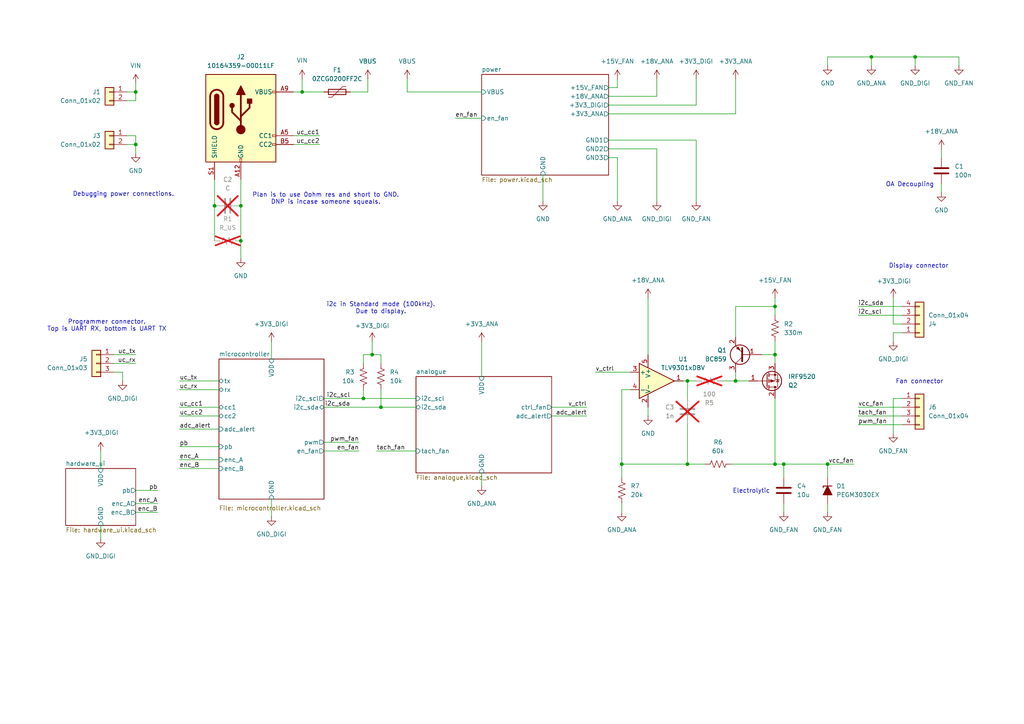
<source format=kicad_sch>
(kicad_sch (version 20231120) (generator "eeschema") (generator_version "8.0")
  (paper "A4")
  (lib_symbols
    (symbol "Amplifier_Operational:TLV9301xDBV" (pin_names (offset 0.127))
      (property "Reference" "U" (at -1.27 6.35 0))
      (property "Value" "TLV9301xDBV" (at -1.27 3.81 0))
      (symbol "TLV9301xDBV_0_1"
        (polyline (pts (xy -5.08 5.08) (xy 5.08 0) (xy -5.08 -5.08) (xy -5.08 5.08)) (stroke (width 0.254)) (fill (type background)))
        (pin power_in line (at -2.54 -7.62 90) (length 3.81) (name "V-") (number "2"))
        (pin power_in line (at -2.54 7.62 270) (length 3.81) (name "V+") (number "5"))
      )
      (symbol "TLV9301xDBV_1_1"
        (pin output line (at 7.62 0 180) (length 2.54) (name "~") (number "1"))
        (pin input line (at -7.62 2.54 0) (length 2.54) (name "+") (number "3"))
        (pin input line (at -7.62 -2.54 0) (length 2.54) (name "-") (number "4"))
      )
    )
    (symbol "Connector:USB_C_Receptacle_PowerOnly_24P" (pin_names (offset 1.016))
      (property "Reference" "J" (at 0 16.51 0))
      (property "Value" "USB_C_Receptacle_PowerOnly_24P" (at 0 13.97 0))
      (symbol "USB_C_Receptacle_PowerOnly_24P_0_0"
        (rectangle (start -0.254 -12.7) (end 0.254 -11.684))
        (rectangle (start 10.16 -7.366) (end 9.144 -7.874))
        (rectangle (start 10.16 -4.826) (end 9.144 -5.334))
        (rectangle (start 10.16 7.874) (end 9.144 7.366))
      )
      (symbol "USB_C_Receptacle_PowerOnly_24P_0_1"
        (rectangle (start -10.16 12.7) (end 10.16 -12.7) (stroke (width 0.254)) (fill (type background)))
        (arc (start -8.89 -1.27) (mid -6.985 -3.1667) (end -5.08 -1.27) (stroke (width 0.508)))
        (arc (start -7.62 -1.27) (mid -6.985 -1.9023) (end -6.35 -1.27) (stroke (width 0.254)))
        (arc (start -7.62 -1.27) (mid -6.985 -1.9023) (end -6.35 -1.27) (stroke (width 0.254)) (fill (type outline)))
        (rectangle (start -7.62 -1.27) (end -6.35 6.35) (stroke (width 0.254)) (fill (type outline)))
        (arc (start -6.35 6.35) (mid -6.985 6.9823) (end -7.62 6.35) (stroke (width 0.254)))
        (arc (start -6.35 6.35) (mid -6.985 6.9823) (end -7.62 6.35) (stroke (width 0.254)) (fill (type outline)))
        (arc (start -5.08 6.35) (mid -6.985 8.2467) (end -8.89 6.35) (stroke (width 0.508)))
        (circle (center -2.54 3.683) (radius 0.635) (stroke (width 0.254)) (fill (type outline)))
        (circle (center 0 -3.302) (radius 1.27) (fill (type outline)))
        (polyline (pts (xy -8.89 -1.27) (xy -8.89 6.35)) (stroke (width 0.508)))
        (polyline (pts (xy -5.08 6.35) (xy -5.08 -1.27)) (stroke (width 0.508)))
        (polyline (pts (xy 0 -3.302) (xy 0 6.858)) (stroke (width 0.508)))
        (polyline (pts (xy 0 -0.762) (xy -2.54 1.778) (xy -2.54 3.048)) (stroke (width 0.508)))
        (polyline (pts (xy 0 0.508) (xy 2.54 3.048) (xy 2.54 4.318)) (stroke (width 0.508)))
        (polyline (pts (xy -1.27 6.858) (xy 0 9.398) (xy 1.27 6.858) (xy -1.27 6.858)) (stroke (width 0.254)) (fill (type outline)))
        (rectangle (start 1.905 4.318) (end 3.175 5.588) (stroke (width 0.254)) (fill (type outline)))
      )
      (symbol "USB_C_Receptacle_PowerOnly_24P_1_1"
        (pin passive line (at 0 -17.78 90) (length 5.08) hide (name "GND") (number "A1"))
        (pin power_in line (at 0 -17.78 90) (length 5.08) (name "GND") (number "A12"))
        (pin passive line (at 15.24 7.62 180) (length 5.08) hide (name "VBUS") (number "A4"))
        (pin bidirectional line (at 15.24 -5.08 180) (length 5.08) (name "CC1") (number "A5"))
        (pin power_in line (at 15.24 7.62 180) (length 5.08) (name "VBUS") (number "A9"))
        (pin passive line (at 0 -17.78 90) (length 5.08) hide (name "GND") (number "B1"))
        (pin passive line (at 0 -17.78 90) (length 5.08) hide (name "GND") (number "B12"))
        (pin passive line (at 15.24 7.62 180) (length 5.08) hide (name "VBUS") (number "B4"))
        (pin bidirectional line (at 15.24 -7.62 180) (length 5.08) (name "CC2") (number "B5"))
        (pin passive line (at 15.24 7.62 180) (length 5.08) hide (name "VBUS") (number "B9"))
        (pin passive line (at -7.62 -17.78 90) (length 5.08) (name "SHIELD") (number "S1"))
      )
    )
    (symbol "Connector_Generic:Conn_01x02" (pin_names (offset 1.016) hide)
      (property "Reference" "J" (at 0 2.54 0))
      (property "Value" "Conn_01x02" (at 0 -5.08 0))
      (symbol "Conn_01x02_1_1"
        (rectangle (start -1.27 -2.413) (end 0 -2.667) (stroke (width 0.1524)))
        (rectangle (start -1.27 0.127) (end 0 -0.127) (stroke (width 0.1524)))
        (rectangle (start -1.27 1.27) (end 1.27 -3.81) (stroke (width 0.254)) (fill (type background)))
        (pin passive line (at -5.08 0 0) (length 3.81) (name "Pin_1") (number "1"))
        (pin passive line (at -5.08 -2.54 0) (length 3.81) (name "Pin_2") (number "2"))
      )
    )
    (symbol "Connector_Generic:Conn_01x03" (pin_names (offset 1.016) hide)
      (property "Reference" "J" (at 0 5.08 0))
      (property "Value" "Conn_01x03" (at 0 -5.08 0))
      (symbol "Conn_01x03_1_1"
        (rectangle (start -1.27 -2.413) (end 0 -2.667) (stroke (width 0.1524)))
        (rectangle (start -1.27 0.127) (end 0 -0.127) (stroke (width 0.1524)))
        (rectangle (start -1.27 2.667) (end 0 2.413) (stroke (width 0.1524)))
        (rectangle (start -1.27 3.81) (end 1.27 -3.81) (stroke (width 0.254)) (fill (type background)))
        (pin passive line (at -5.08 2.54 0) (length 3.81) (name "Pin_1") (number "1"))
        (pin passive line (at -5.08 0 0) (length 3.81) (name "Pin_2") (number "2"))
        (pin passive line (at -5.08 -2.54 0) (length 3.81) (name "Pin_3") (number "3"))
      )
    )
    (symbol "Connector_Generic:Conn_01x04" (pin_names (offset 1.016) hide)
      (property "Reference" "J" (at 0 5.08 0))
      (property "Value" "Conn_01x04" (at 0 -7.62 0))
      (symbol "Conn_01x04_1_1"
        (rectangle (start -1.27 -4.953) (end 0 -5.207) (stroke (width 0.1524)))
        (rectangle (start -1.27 -2.413) (end 0 -2.667) (stroke (width 0.1524)))
        (rectangle (start -1.27 0.127) (end 0 -0.127) (stroke (width 0.1524)))
        (rectangle (start -1.27 2.667) (end 0 2.413) (stroke (width 0.1524)))
        (rectangle (start -1.27 3.81) (end 1.27 -6.35) (stroke (width 0.254)) (fill (type background)))
        (pin passive line (at -5.08 2.54 0) (length 3.81) (name "Pin_1") (number "1"))
        (pin passive line (at -5.08 0 0) (length 3.81) (name "Pin_2") (number "2"))
        (pin passive line (at -5.08 -2.54 0) (length 3.81) (name "Pin_3") (number "3"))
        (pin passive line (at -5.08 -5.08 0) (length 3.81) (name "Pin_4") (number "4"))
      )
    )
    (symbol "Device:C" (pin_numbers hide) (pin_names (offset 0.254))
      (property "Reference" "C" (at 0.635 2.54 0))
      (property "Value" "C" (at 0.635 -2.54 0))
      (symbol "C_0_1"
        (polyline (pts (xy -2.032 -0.762) (xy 2.032 -0.762)) (stroke (width 0.508)))
        (polyline (pts (xy -2.032 0.762) (xy 2.032 0.762)) (stroke (width 0.508)))
      )
      (symbol "C_1_1"
        (pin passive line (at 0 3.81 270) (length 2.794) (name "~") (number "1"))
        (pin passive line (at 0 -3.81 90) (length 2.794) (name "~") (number "2"))
      )
    )
    (symbol "Device:D_Zener_Filled" (pin_numbers hide) (pin_names (offset 1.016) hide)
      (property "Reference" "D" (at 0 2.54 0))
      (property "Value" "D_Zener_Filled" (at 0 -2.54 0))
      (symbol "D_Zener_Filled_0_1"
        (polyline (pts (xy 1.27 0) (xy -1.27 0)))
        (polyline (pts (xy -1.27 -1.27) (xy -1.27 1.27) (xy -0.762 1.27)) (stroke (width 0.254)))
        (polyline (pts (xy 1.27 -1.27) (xy 1.27 1.27) (xy -1.27 0) (xy 1.27 -1.27)) (stroke (width 0.254)) (fill (type outline)))
      )
      (symbol "D_Zener_Filled_1_1"
        (pin passive line (at -3.81 0 0) (length 2.54) (name "K") (number "1"))
        (pin passive line (at 3.81 0 180) (length 2.54) (name "A") (number "2"))
      )
    )
    (symbol "Device:Polyfuse" (pin_numbers hide) (pin_names (offset 0))
      (property "Reference" "F" (at -2.54 0 90))
      (property "Value" "Polyfuse" (at 2.54 0 90))
      (symbol "Polyfuse_0_1"
        (rectangle (start -0.762 2.54) (end 0.762 -2.54) (stroke (width 0.254)))
        (polyline (pts (xy 0 2.54) (xy 0 -2.54)))
        (polyline (pts (xy -1.524 2.54) (xy -1.524 1.524) (xy 1.524 -1.524) (xy 1.524 -2.54)))
      )
      (symbol "Polyfuse_1_1"
        (pin passive line (at 0 3.81 270) (length 1.27) (name "~") (number "1"))
        (pin passive line (at 0 -3.81 90) (length 1.27) (name "~") (number "2"))
      )
    )
    (symbol "Device:Q_PMOS_GDS" (pin_names (offset 0) hide)
      (property "Reference" "Q" (at 5.08 1.27 0))
      (property "Value" "Q_PMOS_GDS" (at 5.08 -1.27 0))
      (symbol "Q_PMOS_GDS_0_1"
        (polyline (pts (xy 0.254 0) (xy -2.54 0)))
        (polyline (pts (xy 0.254 1.905) (xy 0.254 -1.905)) (stroke (width 0.254)))
        (polyline (pts (xy 0.762 -1.27) (xy 0.762 -2.286)) (stroke (width 0.254)))
        (polyline (pts (xy 0.762 0.508) (xy 0.762 -0.508)) (stroke (width 0.254)))
        (polyline (pts (xy 0.762 2.286) (xy 0.762 1.27)) (stroke (width 0.254)))
        (polyline (pts (xy 2.54 2.54) (xy 2.54 1.778)))
        (polyline (pts (xy 2.54 -2.54) (xy 2.54 0) (xy 0.762 0)))
        (polyline (pts (xy 0.762 1.778) (xy 3.302 1.778) (xy 3.302 -1.778) (xy 0.762 -1.778)))
        (polyline (pts (xy 2.286 0) (xy 1.27 0.381) (xy 1.27 -0.381) (xy 2.286 0)) (fill (type outline)))
        (polyline (pts (xy 2.794 -0.508) (xy 2.921 -0.381) (xy 3.683 -0.381) (xy 3.81 -0.254)))
        (polyline (pts (xy 3.302 -0.381) (xy 2.921 0.254) (xy 3.683 0.254) (xy 3.302 -0.381)))
        (circle (center 1.651 0) (radius 2.794) (stroke (width 0.254)))
        (circle (center 2.54 -1.778) (radius 0.254) (fill (type outline)))
        (circle (center 2.54 1.778) (radius 0.254) (fill (type outline)))
      )
      (symbol "Q_PMOS_GDS_1_1"
        (pin input line (at -5.08 0 0) (length 2.54) (name "G") (number "1"))
        (pin passive line (at 2.54 5.08 270) (length 2.54) (name "D") (number "2"))
        (pin passive line (at 2.54 -5.08 90) (length 2.54) (name "S") (number "3"))
      )
    )
    (symbol "Device:R_US" (pin_numbers hide) (pin_names (offset 0))
      (property "Reference" "R" (at 2.54 0 90))
      (property "Value" "R_US" (at -2.54 0 90))
      (symbol "R_US_0_1"
        (polyline (pts (xy 0 -2.286) (xy 0 -2.54)))
        (polyline (pts (xy 0 2.286) (xy 0 2.54)))
        (polyline (pts (xy 0 -0.762) (xy 1.016 -1.143) (xy 0 -1.524) (xy -1.016 -1.905) (xy 0 -2.286)))
        (polyline (pts (xy 0 0.762) (xy 1.016 0.381) (xy 0 0) (xy -1.016 -0.381) (xy 0 -0.762)))
        (polyline (pts (xy 0 2.286) (xy 1.016 1.905) (xy 0 1.524) (xy -1.016 1.143) (xy 0 0.762)))
      )
      (symbol "R_US_1_1"
        (pin passive line (at 0 3.81 270) (length 1.27) (name "~") (number "1"))
        (pin passive line (at 0 -3.81 90) (length 1.27) (name "~") (number "2"))
      )
    )
    (symbol "Transistor_BJT:BC859" (pin_names (offset 0) hide)
      (property "Reference" "Q" (at 5.08 1.905 0))
      (property "Value" "BC859" (at 5.08 0 0))
      (symbol "BC859_0_1"
        (polyline (pts (xy 0.635 0.635) (xy 2.54 2.54)))
        (polyline (pts (xy 0.635 -0.635) (xy 2.54 -2.54) (xy 2.54 -2.54)))
        (polyline (pts (xy 0.635 1.905) (xy 0.635 -1.905) (xy 0.635 -1.905)) (stroke (width 0.508)))
        (polyline (pts (xy 2.286 -1.778) (xy 1.778 -2.286) (xy 1.27 -1.27) (xy 2.286 -1.778) (xy 2.286 -1.778)) (fill (type outline)))
        (circle (center 1.27 0) (radius 2.8194) (stroke (width 0.254)))
      )
      (symbol "BC859_1_1"
        (pin input line (at -5.08 0 0) (length 5.715) (name "B") (number "1"))
        (pin passive line (at 2.54 -5.08 90) (length 2.54) (name "E") (number "2"))
        (pin passive line (at 2.54 5.08 270) (length 2.54) (name "C") (number "3"))
      )
    )
    (symbol "power:+1V0" (power) (pin_numbers hide) (pin_names (offset 0) hide)
      (property "Value" "+1V0" (at 0 3.556 0))
      (symbol "+1V0_0_1"
        (polyline (pts (xy -0.762 1.27) (xy 0 2.54)))
        (polyline (pts (xy 0 0) (xy 0 2.54)))
        (polyline (pts (xy 0 2.54) (xy 0.762 1.27)))
      )
      (symbol "+1V0_1_1"
        (pin power_in line (at 0 0 90) (length 0) (name "~") (number "1"))
      )
    )
    (symbol "power:+3V3" (power) (pin_numbers hide) (pin_names (offset 0) hide)
      (property "Value" "+3V3" (at 0 3.556 0))
      (symbol "+3V3_0_1"
        (polyline (pts (xy -0.762 1.27) (xy 0 2.54)))
        (polyline (pts (xy 0 0) (xy 0 2.54)))
        (polyline (pts (xy 0 2.54) (xy 0.762 1.27)))
      )
      (symbol "+3V3_1_1"
        (pin power_in line (at 0 0 90) (length 0) (name "~") (number "1"))
      )
    )
    (symbol "power:GND" (power) (pin_numbers hide) (pin_names (offset 0) hide)
      (property "Value" "GND" (at 0 -3.81 0))
      (symbol "GND_0_1"
        (polyline (pts (xy 0 0) (xy 0 -1.27) (xy 1.27 -1.27) (xy 0 -2.54) (xy -1.27 -1.27) (xy 0 -1.27)))
      )
      (symbol "GND_1_1"
        (pin power_in line (at 0 0 270) (length 0) (name "~") (number "1"))
      )
    )
    (symbol "power:GND2" (power) (pin_numbers hide) (pin_names (offset 0) hide)
      (property "Value" "GND2" (at 0 -3.81 0))
      (symbol "GND2_0_1"
        (polyline (pts (xy 0 0) (xy 0 -1.27) (xy 1.27 -1.27) (xy 0 -2.54) (xy -1.27 -1.27) (xy 0 -1.27)))
      )
      (symbol "GND2_1_1"
        (pin power_in line (at 0 0 270) (length 0) (name "~") (number "1"))
      )
    )
    (symbol "power:GND3" (power) (pin_numbers hide) (pin_names (offset 0) hide)
      (property "Value" "GND3" (at 0 -3.81 0))
      (symbol "GND3_0_1"
        (polyline (pts (xy 0 0) (xy 0 -1.27) (xy 1.27 -1.27) (xy 0 -2.54) (xy -1.27 -1.27) (xy 0 -1.27)))
      )
      (symbol "GND3_1_1"
        (pin power_in line (at 0 0 270) (length 0) (name "~") (number "1"))
      )
    )
    (symbol "power:VBUS" (power) (pin_numbers hide) (pin_names (offset 0) hide)
      (property "Value" "VBUS" (at 0 3.556 0))
      (symbol "VBUS_0_1"
        (polyline (pts (xy -0.762 1.27) (xy 0 2.54)))
        (polyline (pts (xy 0 0) (xy 0 2.54)))
        (polyline (pts (xy 0 2.54) (xy 0.762 1.27)))
      )
      (symbol "VBUS_1_1"
        (pin power_in line (at 0 0 90) (length 0) (name "~") (number "1"))
      )
    )
    (symbol "power:VDD" (power) (pin_numbers hide) (pin_names (offset 0) hide)
      (property "Value" "VDD" (at 0 3.556 0))
      (symbol "VDD_0_1"
        (polyline (pts (xy -0.762 1.27) (xy 0 2.54)))
        (polyline (pts (xy 0 0) (xy 0 2.54)))
        (polyline (pts (xy 0 2.54) (xy 0.762 1.27)))
      )
      (symbol "VDD_1_1"
        (pin power_in line (at 0 0 90) (length 0) (name "~") (number "1"))
      )
    )
  )
  (junction (at 213.36 110.49))
  (junction (at 69.85 59.69))
  (junction (at 224.79 88.9))
  (junction (at 69.85 69.85))
  (junction (at 39.37 41.91))
  (junction (at 252.73 16.51))
  (junction (at 107.95 102.87))
  (junction (at 62.23 59.69))
  (junction (at 227.33 134.62))
  (junction (at 199.39 110.49))
  (junction (at 105.41 115.57))
  (junction (at 199.39 134.62))
  (junction (at 87.63 26.67))
  (junction (at 265.43 16.51))
  (junction (at 224.79 102.87))
  (junction (at 224.79 134.62))
  (junction (at 110.49 118.11))
  (junction (at 39.37 26.67))
  (junction (at 180.34 134.62))
  (junction (at 240.03 134.62))
  (wire (pts (xy 261.62 93.98) (xy 259.08 93.98)))
  (wire (pts (xy 265.43 16.51) (xy 278.13 16.51)))
  (wire (pts (xy 52.07 133.35) (xy 63.5 133.35)))
  (wire (pts (xy 39.37 29.21) (xy 39.37 26.67)))
  (wire (pts (xy 273.05 53.34) (xy 273.05 55.88)))
  (wire (pts (xy 213.36 110.49) (xy 217.17 110.49)))
  (wire (pts (xy 227.33 134.62) (xy 227.33 138.43)))
  (wire (pts (xy 261.62 115.57) (xy 259.08 115.57)))
  (wire (pts (xy 261.62 123.19) (xy 248.92 123.19)))
  (wire (pts (xy 180.34 134.62) (xy 199.39 134.62)))
  (wire (pts (xy 160.02 118.11) (xy 170.18 118.11)))
  (wire (pts (xy 35.56 110.49) (xy 35.56 107.95)))
  (wire (pts (xy 190.5 22.86) (xy 190.5 27.94)))
  (wire (pts (xy 212.09 134.62) (xy 224.79 134.62)))
  (wire (pts (xy 224.79 99.06) (xy 224.79 102.87)))
  (wire (pts (xy 105.41 102.87) (xy 105.41 105.41)))
  (wire (pts (xy 118.11 22.86) (xy 118.11 26.67)))
  (wire (pts (xy 110.49 102.87) (xy 110.49 105.41)))
  (wire (pts (xy 213.36 88.9) (xy 224.79 88.9)))
  (wire (pts (xy 36.83 39.37) (xy 39.37 39.37)))
  (wire (pts (xy 85.09 39.37) (xy 92.71 39.37)))
  (wire (pts (xy 176.53 45.72) (xy 179.07 45.72)))
  (wire (pts (xy 52.07 120.65) (xy 63.5 120.65)))
  (wire (pts (xy 33.02 102.87) (xy 39.37 102.87)))
  (wire (pts (xy 259.08 86.36) (xy 259.08 93.98)))
  (wire (pts (xy 69.85 59.69) (xy 69.85 69.85)))
  (wire (pts (xy 213.36 97.79) (xy 213.36 88.9)))
  (wire (pts (xy 227.33 134.62) (xy 240.03 134.62)))
  (wire (pts (xy 261.62 120.65) (xy 248.92 120.65)))
  (wire (pts (xy 118.11 26.67) (xy 139.7 26.67)))
  (wire (pts (xy 240.03 134.62) (xy 240.03 138.43)))
  (wire (pts (xy 87.63 22.86) (xy 87.63 26.67)))
  (wire (pts (xy 199.39 110.49) (xy 201.93 110.49)))
  (wire (pts (xy 273.05 43.18) (xy 273.05 45.72)))
  (wire (pts (xy 213.36 107.95) (xy 213.36 110.49)))
  (wire (pts (xy 139.7 137.16) (xy 139.7 140.97)))
  (wire (pts (xy 259.08 96.52) (xy 259.08 99.06)))
  (wire (pts (xy 179.07 22.86) (xy 179.07 25.4)))
  (wire (pts (xy 179.07 45.72) (xy 179.07 58.42)))
  (wire (pts (xy 109.22 130.81) (xy 120.65 130.81)))
  (wire (pts (xy 78.74 99.06) (xy 78.74 104.14)))
  (wire (pts (xy 39.37 142.24) (xy 45.72 142.24)))
  (wire (pts (xy 213.36 33.02) (xy 213.36 22.86)))
  (wire (pts (xy 252.73 16.51) (xy 252.73 19.05)))
  (wire (pts (xy 176.53 27.94) (xy 190.5 27.94)))
  (wire (pts (xy 187.96 86.36) (xy 187.96 102.87)))
  (wire (pts (xy 261.62 118.11) (xy 248.92 118.11)))
  (wire (pts (xy 240.03 146.05) (xy 240.03 148.59)))
  (wire (pts (xy 52.07 118.11) (xy 63.5 118.11)))
  (wire (pts (xy 107.95 102.87) (xy 110.49 102.87)))
  (wire (pts (xy 33.02 105.41) (xy 39.37 105.41)))
  (wire (pts (xy 110.49 113.03) (xy 110.49 118.11)))
  (wire (pts (xy 106.68 22.86) (xy 106.68 26.67)))
  (wire (pts (xy 93.98 118.11) (xy 110.49 118.11)))
  (wire (pts (xy 69.85 74.93) (xy 69.85 69.85)))
  (wire (pts (xy 105.41 113.03) (xy 105.41 115.57)))
  (wire (pts (xy 190.5 43.18) (xy 190.5 58.42)))
  (wire (pts (xy 62.23 59.69) (xy 62.23 69.85)))
  (wire (pts (xy 36.83 26.67) (xy 39.37 26.67)))
  (wire (pts (xy 224.79 86.36) (xy 224.79 88.9)))
  (wire (pts (xy 220.98 102.87) (xy 224.79 102.87)))
  (wire (pts (xy 182.88 113.03) (xy 180.34 113.03)))
  (wire (pts (xy 69.85 52.07) (xy 69.85 59.69)))
  (wire (pts (xy 78.74 144.78) (xy 78.74 149.86)))
  (wire (pts (xy 199.39 123.19) (xy 199.39 134.62)))
  (wire (pts (xy 240.03 19.05) (xy 240.03 16.51)))
  (wire (pts (xy 224.79 115.57) (xy 224.79 134.62)))
  (wire (pts (xy 172.72 107.95) (xy 182.88 107.95)))
  (wire (pts (xy 39.37 41.91) (xy 39.37 44.45)))
  (wire (pts (xy 199.39 134.62) (xy 204.47 134.62)))
  (wire (pts (xy 105.41 115.57) (xy 120.65 115.57)))
  (wire (pts (xy 39.37 146.05) (xy 45.72 146.05)))
  (wire (pts (xy 180.34 146.05) (xy 180.34 148.59)))
  (wire (pts (xy 259.08 115.57) (xy 259.08 125.73)))
  (wire (pts (xy 132.08 34.29) (xy 139.7 34.29)))
  (wire (pts (xy 85.09 26.67) (xy 87.63 26.67)))
  (wire (pts (xy 176.53 40.64) (xy 201.93 40.64)))
  (wire (pts (xy 176.53 25.4) (xy 179.07 25.4)))
  (wire (pts (xy 29.21 130.81) (xy 29.21 135.89)))
  (wire (pts (xy 198.12 110.49) (xy 199.39 110.49)))
  (wire (pts (xy 201.93 30.48) (xy 201.93 22.86)))
  (wire (pts (xy 240.03 16.51) (xy 252.73 16.51)))
  (wire (pts (xy 187.96 118.11) (xy 187.96 120.65)))
  (wire (pts (xy 107.95 99.06) (xy 107.95 102.87)))
  (wire (pts (xy 157.48 50.8) (xy 157.48 58.42)))
  (wire (pts (xy 110.49 118.11) (xy 120.65 118.11)))
  (wire (pts (xy 52.07 110.49) (xy 63.5 110.49)))
  (wire (pts (xy 105.41 102.87) (xy 107.95 102.87)))
  (wire (pts (xy 180.34 134.62) (xy 180.34 138.43)))
  (wire (pts (xy 33.02 107.95) (xy 35.56 107.95)))
  (wire (pts (xy 176.53 30.48) (xy 201.93 30.48)))
  (wire (pts (xy 39.37 24.13) (xy 39.37 26.67)))
  (wire (pts (xy 93.98 115.57) (xy 105.41 115.57)))
  (wire (pts (xy 52.07 135.89) (xy 63.5 135.89)))
  (wire (pts (xy 278.13 16.51) (xy 278.13 19.05)))
  (wire (pts (xy 209.55 110.49) (xy 213.36 110.49)))
  (wire (pts (xy 39.37 148.59) (xy 45.72 148.59)))
  (wire (pts (xy 93.98 130.81) (xy 104.14 130.81)))
  (wire (pts (xy 265.43 16.51) (xy 265.43 19.05)))
  (wire (pts (xy 62.23 52.07) (xy 62.23 59.69)))
  (wire (pts (xy 87.63 26.67) (xy 93.98 26.67)))
  (wire (pts (xy 199.39 110.49) (xy 199.39 115.57)))
  (wire (pts (xy 224.79 102.87) (xy 224.79 105.41)))
  (wire (pts (xy 52.07 113.03) (xy 63.5 113.03)))
  (wire (pts (xy 224.79 134.62) (xy 227.33 134.62)))
  (wire (pts (xy 176.53 43.18) (xy 190.5 43.18)))
  (wire (pts (xy 36.83 29.21) (xy 39.37 29.21)))
  (wire (pts (xy 29.21 152.4) (xy 29.21 156.21)))
  (wire (pts (xy 85.09 41.91) (xy 92.71 41.91)))
  (wire (pts (xy 93.98 128.27) (xy 104.14 128.27)))
  (wire (pts (xy 248.92 88.9) (xy 261.62 88.9)))
  (wire (pts (xy 36.83 41.91) (xy 39.37 41.91)))
  (wire (pts (xy 39.37 39.37) (xy 39.37 41.91)))
  (wire (pts (xy 252.73 16.51) (xy 265.43 16.51)))
  (wire (pts (xy 176.53 33.02) (xy 213.36 33.02)))
  (wire (pts (xy 180.34 113.03) (xy 180.34 134.62)))
  (wire (pts (xy 52.07 129.54) (xy 63.5 129.54)))
  (wire (pts (xy 261.62 96.52) (xy 259.08 96.52)))
  (wire (pts (xy 139.7 99.06) (xy 139.7 109.22)))
  (wire (pts (xy 160.02 120.65) (xy 170.18 120.65)))
  (wire (pts (xy 227.33 146.05) (xy 227.33 148.59)))
  (wire (pts (xy 224.79 88.9) (xy 224.79 91.44)))
  (wire (pts (xy 201.93 40.64) (xy 201.93 58.42)))
  (wire (pts (xy 248.92 91.44) (xy 261.62 91.44)))
  (wire (pts (xy 52.07 124.46) (xy 63.5 124.46)))
  (wire (pts (xy 101.6 26.67) (xy 106.68 26.67)))
  (wire (pts (xy 240.03 134.62) (xy 247.65 134.62)))
  (text "Electrolytic" (at 217.932 142.494 0) (effects (font (size 1.27 1.27))))
  (text "OA Decoupling" (at 263.906 53.594 0) (effects (font (size 1.27 1.27))))
  (text "Programmer connector.\nTop is UART RX, bottom is UART TX" (at 30.988 94.488 0) (effects (font (size 1.27 1.27))))
  (text "Fan connector" (at 266.7 110.744 0) (effects (font (size 1.27 1.27))))
  (text "i2c in Standard mode (100kHz).\nDue to display." (at 110.49 89.408 0) (effects (font (size 1.27 1.27))))
  (text "Display connector" (at 266.446 77.216 0) (effects (font (size 1.27 1.27))))
  (text "Debugging power connections." (at 35.814 56.388 0) (effects (font (size 1.27 1.27))))
  (text "Plan is to use 0ohm res and short to GND.\nDNP is incase someone squeals." (at 94.488 57.658 0) (effects (font (size 1.27 1.27))))
  (label "pb" (at 52.07 129.54 0))
  (label "tach_fan" (at 248.92 120.65 0))
  (label "uc_rx" (at 39.37 105.41 180))
  (label "uc_cc2" (at 52.07 120.65 0))
  (label "i2c_scl" (at 248.92 91.44 0))
  (label "uc_cc1" (at 52.07 118.11 0))
  (label "vcc_fan" (at 248.92 118.11 0))
  (label "en_fan" (at 132.08 34.29 0))
  (label "enc_B" (at 45.72 148.59 180))
  (label "uc_tx" (at 39.37 102.87 180))
  (label "i2c_scl" (at 101.6 115.57 180))
  (label "v_ctrl" (at 172.72 107.95 0))
  (label "enc_A" (at 45.72 146.05 180))
  (label "vcc_fan" (at 247.65 134.62 180))
  (label "pb" (at 45.72 142.24 180))
  (label "adc_alert" (at 170.18 120.65 180))
  (label "enc_B" (at 52.07 135.89 0))
  (label "en_fan" (at 104.14 130.81 180))
  (label "enc_A" (at 52.07 133.35 0))
  (label "uc_rx" (at 52.07 113.03 0))
  (label "uc_cc2" (at 92.71 41.91 180))
  (label "uc_tx" (at 52.07 110.49 0))
  (label "i2c_sda" (at 248.92 88.9 0))
  (label "adc_alert" (at 52.07 124.46 0))
  (label "tach_fan" (at 109.22 130.81 0))
  (label "v_ctrl" (at 170.18 118.11 180))
  (label "pwm_fan" (at 248.92 123.19 0))
  (label "pwm_fan" (at 104.14 128.27 180))
  (label "uc_cc1" (at 92.71 39.37 180))
  (label "i2c_sda" (at 101.6 118.11 180))
  (symbol (lib_id "power:GND") (at 240.03 19.05 0) (unit 1)
    (property "Reference" "#PWR01" (effects (hide yes)))
    (property "Value" "GND" (at 240.03 24.13 0))
    (property "Description" "Power symbol creates a global label with name \"GND\" , ground" (effects (hide yes)))
  )
  (symbol (lib_id "power:VDD") (at 259.08 86.36 0) (unit 1)
    (property "Reference" "#PWR022" (effects (hide yes)))
    (property "Value" "+3V3_DIGI" (at 254.254 81.534 0) (effects (justify left)))
    (property "Description" "Power symbol creates a global label with name \"VDD\"" (effects (hide yes)))
  )
  (symbol (lib_id "power:VDD") (at 78.74 99.06 0) (unit 1)
    (property "Reference" "#PWR023" (effects (hide yes)))
    (property "Value" "+3V3_DIGI" (at 73.66 93.98 0) (effects (justify left)))
    (property "Description" "Power symbol creates a global label with name \"VDD\"" (effects (hide yes)))
  )
  (symbol (lib_id "power:GND2") (at 78.74 149.86 0) (unit 1)
    (property "Reference" "#PWR035" (effects (hide yes)))
    (property "Value" "GND_DIGI" (at 78.74 154.94 0))
    (property "Description" "Power symbol creates a global label with name \"GND2\" , ground" (effects (hide yes)))
  )
  (symbol (lib_id "power:+1V0") (at 179.07 22.86 0) (unit 1)
    (property "Reference" "#PWR06" (effects (hide yes)))
    (property "Value" "+15V_FAN" (at 179.07 17.78 0))
    (property "Description" "Power symbol creates a global label with name \"+1V0\"" (effects (hide yes)))
  )
  (symbol (lib_id "Device:R_US") (at 180.34 142.24 180) (unit 1)
    (property "Reference" "R7" (at 182.88 140.9699 0) (effects (justify right)))
    (property "Value" "20k" (at 182.88 143.5099 0) (effects (justify right)))
    (property "Footprint" "Resistor_SMD:R_0603_1608Metric_Pad0.98x0.95mm_HandSolder" (effects (hide yes)))
    (property "Description" "Resistor, US symbol" (effects (hide yes)))
  )
  (symbol (lib_id "power:+1V0") (at 187.96 86.36 0) (unit 1)
    (property "Reference" "#PWR020" (effects (hide yes)))
    (property "Value" "+18V_ANA" (at 187.96 81.28 0))
    (property "Description" "Power symbol creates a global label with name \"+1V0\"" (effects (hide yes)))
  )
  (symbol (lib_id "power:+1V0") (at 273.05 43.18 0) (unit 1)
    (property "Reference" "#PWR012" (effects (hide yes)))
    (property "Value" "+18V_ANA" (at 273.05 38.1 0))
    (property "Description" "Power symbol creates a global label with name \"+1V0\"" (effects (hide yes)))
  )
  (symbol (lib_id "Connector_Generic:Conn_01x03") (at 27.94 105.41 0) (mirror y) (unit 1)
    (property "Reference" "J5" (at 25.4 104.1399 0) (effects (justify left)))
    (property "Value" "Conn_01x03" (at 25.4 106.6799 0) (effects (justify left)))
    (property "Footprint" "Connector_PinHeader_2.54mm:PinHeader_1x03_P2.54mm_Vertical" (effects (hide yes)))
    (property "Description" "Generic connector, single row, 01x03, script generated (kicad-library-utils/schlib/autogen/connector/)" (effects (hide yes)))
  )
  (symbol (lib_id "power:GND") (at 157.48 58.42 0) (unit 1)
    (property "Reference" "#PWR015" (effects (hide yes)))
    (property "Value" "GND" (at 157.48 63.5 0))
    (property "Description" "Power symbol creates a global label with name \"GND\" , ground" (effects (hide yes)))
  )
  (symbol (lib_id "Connector:USB_C_Receptacle_PowerOnly_24P") (at 69.85 34.29 0) (unit 1)
    (property "Reference" "J2" (at 69.85 16.51 0))
    (property "Value" "10164359-00011LF" (at 69.85 19.05 0))
    (property "Footprint" "Connector_USB:USB_C_Receptacle_HRO_TYPE-C-31-M-12" (effects (hide yes)))
    (property "Datasheet" "https://www.usb.org/sites/default/files/documents/usb_type-c.zip" (effects (hide yes)))
    (property "Description" "USB Power-Only 24P Type-C Receptacle connector" (effects (hide yes)))
  )
  (symbol (lib_id "Device:R_US") (at 224.79 95.25 180) (unit 1)
    (property "Reference" "R2" (at 227.33 93.9799 0) (effects (justify right)))
    (property "Value" "330m" (at 227.33 96.5199 0) (effects (justify right)))
    (property "Footprint" "Resistor_SMD:R_2512_6332Metric_Pad1.40x3.35mm_HandSolder" (effects (hide yes)))
    (property "Description" "PE2512FKF7W0R33L" (effects (hide yes)))
  )
  (symbol (lib_id "power:VBUS") (at 118.11 22.86 0) (unit 1)
    (property "Reference" "#PWR05" (effects (hide yes)))
    (property "Value" "VBUS" (at 118.11 17.78 0))
    (property "Description" "Power symbol creates a global label with name \"VBUS\"" (effects (hide yes)))
  )
  (symbol (lib_id "power:+1V0") (at 224.79 86.36 0) (unit 1)
    (property "Reference" "#PWR021" (effects (hide yes)))
    (property "Value" "+15V_FAN" (at 224.79 81.28 0))
    (property "Description" "Power symbol creates a global label with name \"+1V0\"" (effects (hide yes)))
  )
  (symbol (lib_id "power:GND") (at 39.37 44.45 0) (unit 1)
    (property "Reference" "#PWR013" (effects (hide yes)))
    (property "Value" "GND" (at 39.37 49.53 0))
    (property "Description" "Power symbol creates a global label with name \"GND\" , ground" (effects (hide yes)))
  )
  (symbol (lib_id "power:VDD") (at 213.36 22.86 0) (unit 1)
    (property "Reference" "#PWR09" (effects (hide yes)))
    (property "Value" "+3V3_ANA" (at 213.36 17.78 0))
    (property "Description" "Power symbol creates a global label with name \"VDD\"" (effects (hide yes)))
  )
  (symbol (lib_id "power:+1V0") (at 190.5 22.86 0) (unit 1)
    (property "Reference" "#PWR07" (effects (hide yes)))
    (property "Value" "+18V_ANA" (at 190.5 17.78 0))
    (property "Description" "Power symbol creates a global label with name \"+1V0\"" (effects (hide yes)))
  )
  (symbol (lib_id "power:GND") (at 69.85 74.93 0) (unit 1)
    (property "Reference" "#PWR019" (effects (hide yes)))
    (property "Value" "GND" (at 69.85 80.01 0))
    (property "Description" "Power symbol creates a global label with name \"GND\" , ground" (effects (hide yes)))
  )
  (symbol (lib_id "power:GND2") (at 278.13 19.05 0) (unit 1)
    (property "Reference" "#PWR04" (effects (hide yes)))
    (property "Value" "GND_FAN" (at 278.13 24.13 0))
    (property "Description" "Power symbol creates a global label with name \"GND2\" , ground" (effects (hide yes)))
  )
  (symbol (lib_id "power:GND2") (at 29.21 156.21 0) (unit 1)
    (property "Reference" "#PWR036" (effects (hide yes)))
    (property "Value" "GND_DIGI" (at 29.21 161.29 0))
    (property "Description" "Power symbol creates a global label with name \"GND2\" , ground" (effects (hide yes)))
  )
  (symbol (lib_id "power:VBUS") (at 39.37 24.13 0) (unit 1)
    (property "Reference" "#PWR010" (effects (hide yes)))
    (property "Value" "VIN" (at 39.37 19.05 0))
    (property "Description" "Power symbol creates a global label with name \"VBUS\"" (effects (hide yes)))
  )
  (symbol (lib_id "Device:C") (at 273.05 49.53 180) (unit 1)
    (property "Reference" "C1" (at 276.86 48.2599 0) (effects (justify right)))
    (property "Value" "100n" (at 276.86 50.7999 0) (effects (justify right)))
    (property "Footprint" "Capacitor_SMD:C_0603_1608Metric_Pad1.08x0.95mm_HandSolder" (effects (hide yes)))
    (property "Description" "Unpolarized capacitor" (effects (hide yes)))
  )
  (symbol (lib_id "power:VBUS") (at 106.68 22.86 0) (unit 1)
    (property "Reference" "#PWR011" (effects (hide yes)))
    (property "Value" "VBUS" (at 106.68 17.78 0))
    (property "Description" "Power symbol creates a global label with name \"VBUS\"" (effects (hide yes)))
  )
  (symbol (lib_id "power:GND2") (at 190.5 58.42 0) (unit 1)
    (property "Reference" "#PWR017" (effects (hide yes)))
    (property "Value" "GND_DIGI" (at 190.5 63.5 0))
    (property "Description" "Power symbol creates a global label with name \"GND2\" , ground" (effects (hide yes)))
  )
  (symbol (lib_id "power:GND2") (at 259.08 125.73 0) (mirror y) (unit 1)
    (property "Reference" "#PWR029" (effects (hide yes)))
    (property "Value" "GND_FAN" (at 259.08 130.81 0))
    (property "Description" "Power symbol creates a global label with name \"GND2\" , ground" (effects (hide yes)))
  )
  (symbol (lib_id "Connector_Generic:Conn_01x04") (at 266.7 93.98 0) (mirror x) (unit 1)
    (property "Reference" "J4" (at 269.24 93.9801 0) (effects (justify left)))
    (property "Value" "Conn_01x04" (at 269.24 91.4401 0) (effects (justify left)))
    (property "Footprint" "Connector_PinHeader_2.54mm:PinHeader_1x04_P2.54mm_Vertical" (effects (hide yes)))
    (property "Description" "Generic connector, single row, 01x04, script generated (kicad-library-utils/schlib/autogen/connector/)" (effects (hide yes)))
  )
  (symbol (lib_id "power:VDD") (at 139.7 99.06 0) (unit 1)
    (property "Reference" "#PWR025" (effects (hide yes)))
    (property "Value" "+3V3_ANA" (at 139.7 93.98 0))
    (property "Description" "Power symbol creates a global label with name \"VDD\"" (effects (hide yes)))
  )
  (symbol (lib_id "power:GND2") (at 252.73 19.05 0) (unit 1)
    (property "Reference" "#PWR02" (effects (hide yes)))
    (property "Value" "GND_ANA" (at 252.73 24.13 0))
    (property "Description" "Power symbol creates a global label with name \"GND2\" , ground" (effects (hide yes)))
  )
  (symbol (lib_id "power:GND") (at 187.96 120.65 0) (unit 1)
    (property "Reference" "#PWR028" (effects (hide yes)))
    (property "Value" "GND" (at 187.96 125.73 0))
    (property "Description" "Power symbol creates a global label with name \"GND\" , ground" (effects (hide yes)))
  )
  (symbol (lib_id "power:GND2") (at 265.43 19.05 0) (unit 1)
    (property "Reference" "#PWR03" (effects (hide yes)))
    (property "Value" "GND_DIGI" (at 265.43 24.13 0))
    (property "Description" "Power symbol creates a global label with name \"GND2\" , ground" (effects (hide yes)))
  )
  (symbol (lib_id "power:VDD") (at 29.21 130.81 0) (unit 1)
    (property "Reference" "#PWR030" (effects (hide yes)))
    (property "Value" "+3V3_DIGI" (at 24.384 125.476 0) (effects (justify left)))
    (property "Description" "Power symbol creates a global label with name \"VDD\"" (effects (hide yes)))
  )
  (symbol (lib_id "Amplifier_Operational:TLV9301xDBV") (at 190.5 110.49 0) (unit 1)
    (property "Reference" "U1" (at 198.12 104.14 0))
    (property "Value" "TLV9301xDBV" (at 198.12 106.68 0))
    (property "Footprint" "Package_TO_SOT_SMD:SOT-23-5_HandSoldering" (effects (hide yes)))
    (property "Datasheet" "https://www.ti.com/lit/ds/symlink/tlv9301.pdf" (effects (hide yes)))
    (property "Description" "40-V, 1-MHz, RRO Operational Amplifiers for Cost-Sensitive Systems, SOT-23-5" (effects (hide yes)))
  )
  (symbol (lib_id "power:GND2") (at 240.03 148.59 0) (unit 1)
    (property "Reference" "#PWR034" (effects (hide yes)))
    (property "Value" "GND_FAN" (at 240.03 153.67 0))
    (property "Description" "Power symbol creates a global label with name \"GND2\" , ground" (effects (hide yes)))
  )
  (symbol (lib_id "Device:R_US") (at 105.41 109.22 0) (mirror y) (unit 1)
    (property "Reference" "R3" (at 102.87 107.9499 0) (effects (justify left)))
    (property "Value" "10k" (at 102.87 110.4899 0) (effects (justify left)))
    (property "Footprint" "Resistor_SMD:R_0603_1608Metric_Pad0.98x0.95mm_HandSolder" (effects (hide yes)))
    (property "Description" "Resistor, US symbol" (effects (hide yes)))
  )
  (symbol (lib_id "Device:C") (at 199.39 119.38 0) (mirror x) (unit 1) (dnp yes)
    (property "Reference" "C3" (at 195.58 118.1099 0) (effects (justify right)))
    (property "Value" "1n" (at 195.58 120.6499 0) (effects (justify right)))
    (property "Footprint" "Capacitor_SMD:C_0603_1608Metric_Pad1.08x0.95mm_HandSolder" (effects (hide yes)))
    (property "Description" "Unpolarized capacitor" (effects (hide yes)))
  )
  (symbol (lib_id "power:GND2") (at 227.33 148.59 0) (unit 1)
    (property "Reference" "#PWR033" (effects (hide yes)))
    (property "Value" "GND_FAN" (at 227.33 153.67 0))
    (property "Description" "Power symbol creates a global label with name \"GND2\" , ground" (effects (hide yes)))
  )
  (symbol (lib_id "power:GND3") (at 180.34 148.59 0) (unit 1)
    (property "Reference" "#PWR032" (effects (hide yes)))
    (property "Value" "GND_ANA" (at 180.34 153.67 0))
    (property "Description" "Power symbol creates a global label with name \"GND3\" , ground" (effects (hide yes)))
  )
  (symbol (lib_id "power:GND3") (at 139.7 140.97 0) (unit 1)
    (property "Reference" "#PWR031" (effects (hide yes)))
    (property "Value" "GND_ANA" (at 139.7 146.05 0))
    (property "Description" "Power symbol creates a global label with name \"GND3\" , ground" (effects (hide yes)))
  )
  (symbol (lib_id "Device:D_Zener_Filled") (at 240.03 142.24 90) (mirror x) (unit 1)
    (property "Reference" "D1" (at 242.57 140.9699 90) (effects (justify right)))
    (property "Value" "PEGM3030EX" (at 242.57 143.5099 90) (effects (justify right)))
    (property "Footprint" "Diode_SMD:D_SOD-323_HandSoldering" (effects (hide yes)))
    (property "Description" "Zener diode, filled shape" (effects (hide yes)))
  )
  (symbol (lib_id "power:VBUS") (at 87.63 22.86 0) (unit 1)
    (property "Reference" "#PWR0118" (effects (hide yes)))
    (property "Value" "VIN" (at 87.63 17.526 0))
    (property "Description" "Power symbol creates a global label with name \"VBUS\"" (effects (hide yes)))
  )
  (symbol (lib_id "Connector_Generic:Conn_01x02") (at 31.75 39.37 0) (mirror y) (unit 1)
    (property "Reference" "J3" (at 29.21 39.3699 0) (effects (justify left)))
    (property "Value" "Conn_01x02" (at 29.21 41.9099 0) (effects (justify left)))
    (property "Footprint" "Connector_PinHeader_2.54mm:PinHeader_1x02_P2.54mm_Vertical" (effects (hide yes)))
    (property "Description" "Generic connector, single row, 01x02, script generated (kicad-library-utils/schlib/autogen/connector/)" (effects (hide yes)))
  )
  (symbol (lib_id "Transistor_BJT:BC859") (at 215.9 102.87 180) (unit 1)
    (property "Reference" "Q1" (at 210.82 101.5999 0) (effects (justify left)))
    (property "Value" "BC859" (at 210.82 104.1399 0) (effects (justify left)))
    (property "Footprint" "Package_TO_SOT_SMD:SOT-23-3" (effects (hide yes)))
    (property "Datasheet" "http://www.infineon.com/dgdl/Infineon-BC857SERIES_BC858SERIES_BC859SERIES_BC860SERIES-DS-v01_01-en.pdf?fileId=db3a304314dca389011541da0e3a1661" (effects (hide yes)))
    (property "Description" "0.1A Ic, 30V Vce, PNP Small Signal Transistor, SOT-23" (effects (hide yes)))
  )
  (symbol (lib_id "power:VDD") (at 201.93 22.86 0) (unit 1)
    (property "Reference" "#PWR08" (effects (hide yes)))
    (property "Value" "+3V3_DIGI" (at 196.85 17.78 0) (effects (justify left)))
    (property "Description" "Power symbol creates a global label with name \"VDD\"" (effects (hide yes)))
  )
  (symbol (lib_id "Device:R_US") (at 208.28 134.62 90) (unit 1)
    (property "Reference" "R6" (at 208.28 128.27 90))
    (property "Value" "60k" (at 208.28 130.81 90))
    (property "Footprint" "Resistor_SMD:R_0603_1608Metric_Pad0.98x0.95mm_HandSolder" (effects (hide yes)))
    (property "Description" "Resistor, US symbol" (effects (hide yes)))
  )
  (symbol (lib_id "power:+3V3") (at 107.95 99.06 0) (unit 1)
    (property "Reference" "#PWR024" (effects (hide yes)))
    (property "Value" "+3V3_DIGI" (at 107.95 94.488 0))
    (property "Description" "Power symbol creates a global label with name \"+3V3\"" (effects (hide yes)))
  )
  (symbol (lib_id "Device:R_US") (at 66.04 69.85 270) (mirror x) (unit 1) (dnp yes)
    (property "Reference" "R1" (at 66.04 63.5 90))
    (property "Value" "R_US" (at 66.04 66.04 90))
    (property "Footprint" "Resistor_SMD:R_0603_1608Metric_Pad0.98x0.95mm_HandSolder" (effects (hide yes)))
    (property "Description" "Resistor, US symbol" (effects (hide yes)))
  )
  (symbol (lib_id "power:GND2") (at 179.07 58.42 0) (unit 1)
    (property "Reference" "#PWR016" (effects (hide yes)))
    (property "Value" "GND_ANA" (at 179.07 63.5 0))
    (property "Description" "Power symbol creates a global label with name \"GND2\" , ground" (effects (hide yes)))
  )
  (symbol (lib_id "Device:C") (at 66.04 59.69 90) (unit 1) (dnp yes)
    (property "Reference" "C2" (at 66.04 52.07 90))
    (property "Value" "C" (at 66.04 54.61 90))
    (property "Footprint" "Capacitor_SMD:C_0603_1608Metric_Pad1.08x0.95mm_HandSolder" (effects (hide yes)))
    (property "Description" "Unpolarized capacitor" (effects (hide yes)))
  )
  (symbol (lib_id "Device:Polyfuse") (at 97.79 26.67 270) (unit 1)
    (property "Reference" "F1" (at 97.79 20.32 90))
    (property "Value" "0ZCG0200FF2C" (at 97.79 22.86 90))
    (property "Footprint" "Fuse:Fuse_1812_4532Metric_Pad1.30x3.40mm_HandSolder" (effects (hide yes)))
    (property "Description" "Resettable fuse, polymeric positive temperature coefficient" (effects (hide yes)))
  )
  (symbol (lib_id "power:GND") (at 273.05 55.88 0) (unit 1)
    (property "Reference" "#PWR014" (effects (hide yes)))
    (property "Value" "GND" (at 273.05 60.96 0))
    (property "Description" "Power symbol creates a global label with name \"GND\" , ground" (effects (hide yes)))
  )
  (symbol (lib_id "Device:C") (at 227.33 142.24 180) (unit 1)
    (property "Reference" "C4" (at 231.14 140.9699 0) (effects (justify right)))
    (property "Value" "10u" (at 231.14 143.5099 0) (effects (justify right)))
    (property "Footprint" "Capacitor_SMD:C_Elec_5x5.8" (effects (hide yes)))
    (property "Description" "Unpolarized capacitor" (effects (hide yes)))
  )
  (symbol (lib_id "Connector_Generic:Conn_01x04") (at 266.7 118.11 0) (unit 1)
    (property "Reference" "J6" (at 269.24 118.1099 0) (effects (justify left)))
    (property "Value" "Conn_01x04" (at 269.24 120.6499 0) (effects (justify left)))
    (property "Footprint" "Connector:FanPinHeader_1x04_P2.54mm_Vertical" (effects (hide yes)))
    (property "Description" "Generic connector, single row, 01x04, script generated (kicad-library-utils/schlib/autogen/connector/)" (effects (hide yes)))
  )
  (symbol (lib_id "Device:R_US") (at 110.49 109.22 0) (unit 1)
    (property "Reference" "R4" (at 113.03 107.9499 0) (effects (justify left)))
    (property "Value" "10k" (at 113.03 110.4899 0) (effects (justify left)))
    (property "Footprint" "Resistor_SMD:R_0603_1608Metric_Pad0.98x0.95mm_HandSolder" (effects (hide yes)))
    (property "Description" "Resistor, US symbol" (effects (hide yes)))
  )
  (symbol (lib_id "power:GND2") (at 259.08 99.06 0) (unit 1)
    (property "Reference" "#PWR026" (effects (hide yes)))
    (property "Value" "GND_DIGI" (at 259.08 104.14 0))
    (property "Description" "Power symbol creates a global label with name \"GND2\" , ground" (effects (hide yes)))
  )
  (symbol (lib_id "Device:Q_PMOS_GDS") (at 222.25 110.49 0) (mirror x) (unit 1)
    (property "Reference" "Q2" (at 228.6 111.7601 0) (effects (justify left)))
    (property "Value" "IRF9520" (at 228.6 109.2201 0) (effects (justify left)))
    (property "Footprint" "Package_TO_SOT_THT:TO-220-3_Vertical" (effects (hide yes)))
    (property "Description" "P-MOSFET transistor, gate/drain/source" (effects (hide yes)))
  )
  (symbol (lib_id "power:GND2") (at 201.93 58.42 0) (unit 1)
    (property "Reference" "#PWR018" (effects (hide yes)))
    (property "Value" "GND_FAN" (at 201.93 63.5 0))
    (property "Description" "Power symbol creates a global label with name \"GND2\" , ground" (effects (hide yes)))
  )
  (symbol (lib_id "Connector_Generic:Conn_01x02") (at 31.75 26.67 0) (mirror y) (unit 1)
    (property "Reference" "J1" (at 29.21 26.6699 0) (effects (justify left)))
    (property "Value" "Conn_01x02" (at 29.21 29.2099 0) (effects (justify left)))
    (property "Footprint" "Connector_PinHeader_2.54mm:PinHeader_1x02_P2.54mm_Vertical" (effects (hide yes)))
    (property "Description" "Generic connector, single row, 01x02, script generated (kicad-library-utils/schlib/autogen/connector/)" (effects (hide yes)))
  )
  (symbol (lib_id "power:GND2") (at 35.56 110.49 0) (unit 1)
    (property "Reference" "#PWR027" (effects (hide yes)))
    (property "Value" "GND_DIGI" (at 35.56 115.57 0))
    (property "Description" "Power symbol creates a global label with name \"GND2\" , ground" (effects (hide yes)))
  )
  (symbol (lib_id "Device:R_US") (at 205.74 110.49 270) (mirror x) (unit 1) (dnp yes)
    (property "Reference" "R5" (at 205.74 116.84 90))
    (property "Value" "100" (at 205.74 114.3 90))
    (property "Footprint" "Resistor_SMD:R_0603_1608Metric_Pad0.98x0.95mm_HandSolder" (effects (hide yes)))
    (property "Description" "Resistor, US symbol" (effects (hide yes)))
  )
  (sheet (at 63.5 104.14) (size 30.48 40.64) (stroke (width 0.1524))
    (property "Sheetname" "microcontroller" (at 63.5 103.4284 0) (effects (justify left bottom)))
    (property "Sheetfile" "microcontroller.kicad_sch" (at 63.5 146.6346 0) (effects (justify left top)))
    (pin "pb" input (at 63.5 129.54 180))
    (pin "i2c_scl" output (at 93.98 115.57 0))
    (pin "enc_B" input (at 63.5 135.89 180))
    (pin "enc_A" input (at 63.5 133.35 180))
    (pin "pwm" output (at 93.98 128.27 0))
    (pin "tx" bidirectional (at 63.5 110.49 180))
    (pin "rx" bidirectional (at 63.5 113.03 180))
    (pin "cc2" bidirectional (at 63.5 120.65 180))
    (pin "cc1" bidirectional (at 63.5 118.11 180))
    (pin "en_fan" output (at 93.98 130.81 0))
    (pin "GND" input (at 78.74 144.78 270))
    (pin "VDD" input (at 78.74 104.14 90))
    (pin "i2c_sda" bidirectional (at 93.98 118.11 0))
    (pin "adc_alert" input (at 63.5 124.46 180))
  )
  (sheet (at 120.65 109.22) (size 39.37 27.94) (stroke (width 0.1524))
    (property "Sheetname" "analogue" (at 120.65 108.5084 0) (effects (justify left bottom)))
    (property "Sheetfile" "analogue.kicad_sch" (at 120.65 137.7446 0) (effects (justify left top)))
    (pin "tach_fan" input (at 120.65 130.81 180))
    (pin "VDD" input (at 139.7 109.22 90))
    (pin "GND" input (at 139.7 137.16 270))
    (pin "ctrl_fan" output (at 160.02 118.11 0))
    (pin "i2c_scl" input (at 120.65 115.57 180))
    (pin "i2c_sda" bidirectional (at 120.65 118.11 180))
    (pin "adc_alert" output (at 160.02 120.65 0))
  )
  (sheet (at 19.05 135.89) (size 20.32 16.51) (stroke (width 0.1524))
    (property "Sheetname" "hardware_ui" (at 19.05 135.1784 0) (effects (justify left bottom)))
    (property "Sheetfile" "hardware_ui.kicad_sch" (at 19.05 152.9846 0) (effects (justify left top)))
    (pin "pb" output (at 39.37 142.24 0))
    (pin "VDD" input (at 29.21 135.89 90))
    (pin "GND" input (at 29.21 152.4 270))
    (pin "enc_A" output (at 39.37 146.05 0))
    (pin "enc_B" output (at 39.37 148.59 0))
  )
  (sheet (at 139.7 21.59) (size 36.83 29.21) (stroke (width 0.1524))
    (property "Sheetname" "power" (at 139.7 20.8784 0) (effects (justify left bottom)))
    (property "Sheetfile" "power.kicad_sch" (at 139.7 51.3846 0) (effects (justify left top)))
    (pin "VBUS" input (at 139.7 26.67 180))
    (pin "en_fan" input (at 139.7 34.29 180))
    (pin "GND3" output (at 176.53 45.72 0))
    (pin "+15V_FAN" output (at 176.53 25.4 0))
    (pin "+18V_ANA" output (at 176.53 27.94 0))
    (pin "+3V3_DIGI" output (at 176.53 30.48 0))
    (pin "+3V3_ANA" output (at 176.53 33.02 0))
    (pin "GND2" output (at 176.53 43.18 0))
    (pin "GND1" output (at 176.53 40.64 0))
    (pin "GND" input (at 157.48 50.8 270))
  )
)
</source>
